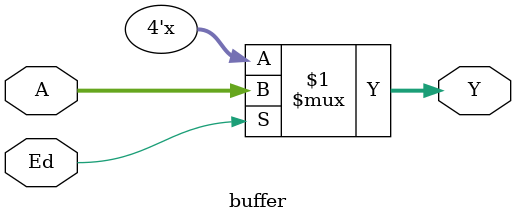
<source format=v>

module uP(input wire clk, input wire R, input wire [3:0] pbs, output wire phase, output wire cflag, output wire zflag, output wire [3:0] instr, output wire [3:0] operando, output wire [3:0] databus, output wire [3:0] FF_out, output wire [3:0] accu, output wire [7:0] programb, output wire [11:0] PC, output wire [11:0] address_RAM );
  //señales decode
  wire incPC, loadPC, loadA, loadF;
  wire [2:0] fun;
  wire csRAM, weRAM, OEALU, OEIn, OEOpr, loadO;

  //salidas
  wire carry, z;
  wire [3:0] alu;

  PCtr U1(clk, R, incPC, loadPC, address_RAM, PC);
  PROM U2(PC, programb);
  FETCH U3(clk, R, ~phase, programb, instr, operando);
  buffer bFetch(OEOpr, operando, databus);
  buffer bALU(OEALU, alu, databus);
  buffer Inputs(OEIn, pbs, databus);
  RAM U4(csRAM, weRAM, operando, programb, databus, address_RAM);
  OUTPUTS U5(clk, R, loadO, databus, FF_out);
  decode U6(phase, zflag, cflag, instr, incPC, loadPC, loadA, loadF, fun, csRAM, weRAM, OEALU, OEIn, OEOpr, loadO);
  ALU U7(accu, databus, fun, carry, z, alu);
  ACCUMULATOR U8(clk, R, loadA, alu, accu);
  FFT Phase(clk, R, phase);
  FLAGS U9(clk, R, loadF, carry, z, cflag, zflag );

endmodule

// Counter
module PCtr(input wire clk,input wire R, input wire E, input wire load, input wire [11:0] D, output reg [11:0] Q);
  always @(posedge clk or posedge R)
    begin
      if (R) Q <= 12'b0;
      else if (load) Q <= D;
      else if (E) Q <= Q+1;
    end
endmodule

// PROGRAM ROM
module PROM( input wire [11:0] dir, output wire [7:0] sal);
  reg[7:0] mem1[0:4095];
  initial begin
    $readmemh("memory.list", mem1);
  end
  assign sal = mem1[dir];

endmodule

module buffer(input Ed, input [3:0] A, output [3:0] Y);
    assign Y = Ed ? A : 4'bz;

endmodule

</source>
